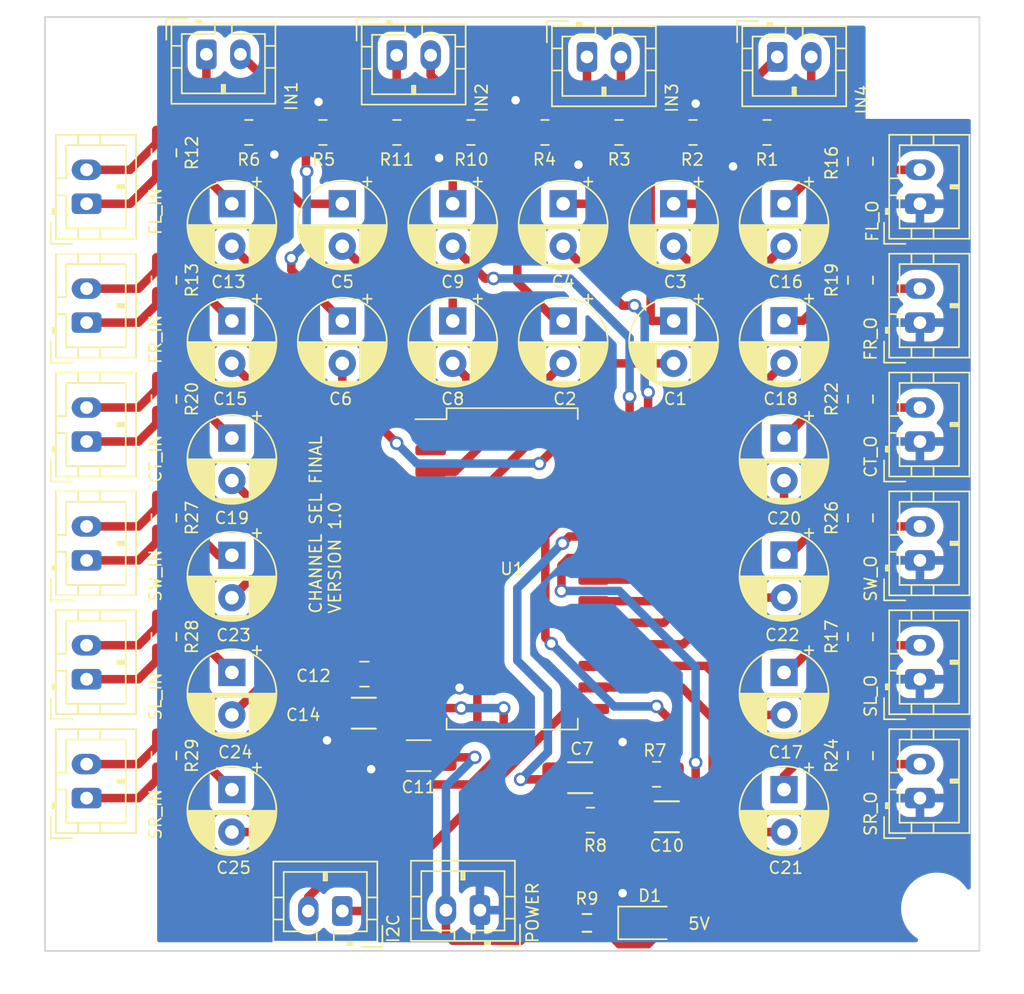
<source format=kicad_pcb>
(kicad_pcb (version 20211014) (generator pcbnew)
  (layers (0 "F.Cu" signal) (31 "B.Cu" signal) (34 "B.Paste" user) (35 "F.Paste" user) (36 "B.SilkS" user "B.Silkscreen") (37 "F.SilkS" user "F.Silkscreen") (38 "B.Mask" user) (39 "F.Mask" user) (44 "Edge.Cuts" user))
  (net 0 "")
  (net 1 "SCL")
  (net 2 "SDA")
  (net 3 "GND")
  (net 4 "VCC")
  (net 5 "FLI")
  (net 6 "FRI")
  (net 7 "CTI")
  (net 8 "SUBI")
  (net 9 "SLI")
  (net 10 "SRI")
  (net 11 "FLO")
  (net 12 "FRO")
  (net 13 "SUBO")
  (net 14 "SLO")
  (net 15 "SRO")
  (net 16 "CTO")
  (net 17 "FLIGND")
  (net 18 "FRIGND")
  (net 19 "CTIGND")
  (net 20 "SUBIGND")
  (net 21 "SLIGND")
  (net 22 "SRIGND")
  (net 23 "L1")
  (net 24 "R1")
  (net 25 "L2")
  (net 26 "R2")
  (net 27 "L3")
  (net 28 "R3")
  (net 29 "L4")
  (net 30 "R4")
  (net 31 "Net-(C1-Pad1)")
  (net 32 "Net-(C2-Pad1)")
  (net 33 "Net-(C3-Pad1)")
  (net 34 "Net-(C4-Pad1)")
  (net 35 "Net-(C5-Pad1)")
  (net 36 "Net-(C6-Pad1)")
  (net 37 "Net-(C8-Pad1)")
  (net 38 "Net-(C9-Pad1)")
  (net 39 "Net-(C13-Pad1)")
  (net 40 "Net-(C14-Pad1)")
  (net 41 "Net-(C15-Pad1)")
  (net 42 "Net-(C16-Pad1)")
  (net 43 "Net-(C17-Pad1)")
  (net 44 "Net-(C18-Pad1)")
  (net 45 "Net-(D1-Pad2)")
  (net 46 "LPFIN")
  (net 47 "LPFOUT")
  (net 48 "Net-(C10-Pad2)")
  (net 49 "MIX")
  (net 50 "Net-(C19-Pad1)")
  (net 51 "Net-(C20-Pad1)")
  (net 52 "Net-(C21-Pad1)")
  (net 53 "Net-(C22-Pad1)")
  (net 54 "Net-(C23-Pad1)")
  (net 55 "Net-(C24-Pad1)")
  (net 56 "Net-(C25-Pad1)")
  (footprint "Connector_JST:JST_PH_B2B-PH-K_1x02_P2.00mm_Vertical" (layer "F.Cu") (at 130 115.65 180)
    (fp_text reference "J5" hide)
    (fp_text value "Conn_01x02_Male")
  )
  (footprint "Capacitor_THT:CP_Radial_D5.0mm_P2.50mm" (layer "F.Cu") (at 156 74 -90)
    (fp_text reference "C16")
    (fp_text value "10U")
  )
  (footprint "Resistor_SMD:R_0805_2012Metric_Pad1.20x1.40mm_HandSolder" (layer "F.Cu") (at 137.571426 69.8 180)
    (fp_text reference "R10")
    (fp_text value "100K")
  )
  (footprint "MountingHole:MountingHole_3.2mm_M3" (layer "F.Cu") (at 165 115.5)
    (fp_text reference "H2" hide)
    (fp_text value "MountingHole")
  )
  (footprint "Resistor_SMD:R_0805_2012Metric_Pad1.20x1.40mm_HandSolder" (layer "F.Cu") (at 128.857142 69.8)
    (fp_text reference "R5")
    (fp_text value "100K")
  )
  (footprint "Resistor_SMD:R_0805_2012Metric_Pad1.20x1.40mm_HandSolder" (layer "F.Cu") (at 150.642852 69.8 180)
    (fp_text reference "R2")
    (fp_text value "100K")
  )
  (footprint "Capacitor_THT:CP_Radial_D5.0mm_P2.50mm" (layer "F.Cu") (at 123.5 101.6 -90)
    (fp_text reference "C24")
    (fp_text value "10U")
  )
  (footprint "Connector_JST:JST_PH_B2B-PH-K_1x02_P2.00mm_Vertical" (layer "F.Cu") (at 114.95 109 90)
    (fp_text reference "J18" hide)
    (fp_text value "Conn_01x02_Male")
  )
  (footprint "Connector_JST:JST_PH_B2B-PH-K_1x02_P2.00mm_Vertical" (layer "F.Cu") (at 114.95 88 90)
    (fp_text reference "J12" hide)
    (fp_text value "Conn_01x02_Male")
  )
  (footprint "Connector_JST:JST_PH_B2B-PH-K_1x02_P2.00mm_Vertical" (layer "F.Cu") (at 164 95 90)
    (fp_text reference "J15" hide)
    (fp_text value "CTO")
  )
  (footprint "Capacitor_THT:CP_Radial_D5.0mm_P2.50mm" (layer "F.Cu") (at 143 74 -90)
    (fp_text reference "C4")
    (fp_text value "10U")
  )
  (footprint "Connector_JST:JST_PH_B2B-PH-K_1x02_P2.00mm_Vertical" (layer "F.Cu") (at 164 81 90)
    (fp_text reference "J11" hide)
    (fp_text value "Conn_01x02_Male")
  )
  (footprint "Connector_JST:JST_PH_B2B-PH-K_1x02_P2.00mm_Vertical" (layer "F.Cu") (at 114.95 81 90)
    (fp_text reference "J8" hide)
    (fp_text value "Conn_01x02_Male")
  )
  (footprint "Resistor_SMD:R_0805_2012Metric_Pad1.20x1.40mm_HandSolder" (layer "F.Cu") (at 146.28571 69.8 180)
    (fp_text reference "R3")
    (fp_text value "100K")
  )
  (footprint "Capacitor_THT:CP_Radial_D5.0mm_P2.50mm" (layer "F.Cu") (at 130 74 -90)
    (fp_text reference "C5")
    (fp_text value "10U")
  )
  (footprint "Capacitor_SMD:C_1206_3216Metric_Pad1.33x1.80mm_HandSolder" (layer "F.Cu") (at 131.2625 104 180)
    (fp_text reference "C14")
    (fp_text value "10U")
  )
  (footprint "Connector_JST:JST_PH_B2B-PH-K_1x02_P2.00mm_Vertical" (layer "F.Cu") (at 155.6 65.35)
    (fp_text reference "J1" hide)
    (fp_text value "Conn_01x02_Male")
  )
  (footprint "Connector_JST:JST_PH_B2B-PH-K_1x02_P2.00mm_Vertical" (layer "F.Cu") (at 164 88 90)
    (fp_text reference "J13" hide)
    (fp_text value "Conn_01x02_Male")
  )
  (footprint "Resistor_SMD:R_0805_2012Metric_Pad1.20x1.40mm_HandSolder" (layer "F.Cu") (at 148.5 107.6 180)
    (fp_text reference "R7")
    (fp_text value "24K")
  )
  (footprint "Connector_JST:JST_PH_B2B-PH-K_1x02_P2.00mm_Vertical" (layer "F.Cu") (at 164 102 90)
    (fp_text reference "J10" hide)
    (fp_text value "Conn_01x02_Male")
  )
  (footprint "Connector_JST:JST_PH_B2B-PH-K_1x02_P2.00mm_Vertical" (layer "F.Cu") (at 133.2 65.25)
    (fp_text reference "J4" hide)
    (fp_text value "Conn_01x02_Male")
  )
  (footprint "Connector_JST:JST_PH_B2B-PH-K_1x02_P2.00mm_Vertical" (layer "F.Cu") (at 164 74 90)
    (fp_text reference "J9" hide)
    (fp_text value "Conn_01x02_Male")
  )
  (footprint "Resistor_SMD:R_0805_2012Metric_Pad1.20x1.40mm_HandSolder" (layer "F.Cu") (at 119.5 78.5 -90)
    (fp_text reference "R13")
    (fp_text value "100K")
  )
  (footprint "Resistor_SMD:R_0805_2012Metric_Pad1.20x1.40mm_HandSolder" (layer "F.Cu") (at 160.5 78.5 -90)
    (fp_text reference "R19")
    (fp_text value "100K")
  )
  (footprint "Resistor_SMD:R_0805_2012Metric_Pad1.20x1.40mm_HandSolder" (layer "F.Cu") (at 160.5 71.5 -90)
    (fp_text reference "R16")
    (fp_text value "100K")
  )
  (footprint "Resistor_SMD:R_0805_2012Metric_Pad1.20x1.40mm_HandSolder" (layer "F.Cu") (at 119.5 92.5 -90)
    (fp_text reference "R27")
    (fp_text value "100K")
  )
  (footprint "Resistor_SMD:R_0805_2012Metric_Pad1.20x1.40mm_HandSolder" (layer "F.Cu") (at 160.5 85.5 -90)
    (fp_text reference "R22")
    (fp_text value "100K")
  )
  (footprint "Capacitor_THT:CP_Radial_D5.0mm_P2.50mm" (layer "F.Cu") (at 136.5 74 -90)
    (fp_text reference "C9")
    (fp_text value "10U")
  )
  (footprint "Capacitor_THT:CP_Radial_D5.0mm_P2.50mm" (layer "F.Cu") (at 143 80.9 -90)
    (fp_text reference "C2")
    (fp_text value "10U")
  )
  (footprint "MountingHole:MountingHole_3.2mm_M3" (layer "F.Cu") (at 115 65.5)
    (fp_text reference "H4" hide)
    (fp_text value "MountingHole")
  )
  (footprint "Package_SO:SOIC-28W_7.5x18.7mm_P1.27mm" (layer "F.Cu") (at 140 95.5)
    (fp_text reference "U1")
    (fp_text value "AX2358")
  )
  (footprint "Capacitor_THT:CP_Radial_D5.0mm_P2.50mm" (layer "F.Cu") (at 123.5 94.7 -90)
    (fp_text reference "C23")
    (fp_text value "10U")
  )
  (footprint "Capacitor_THT:CP_Radial_D5.0mm_P2.50mm" (layer "F.Cu") (at 130 80.9 -90)
    (fp_text reference "C6")
    (fp_text value "10U")
  )
  (footprint "Capacitor_THT:CP_Radial_D5.0mm_P2.50mm" (layer "F.Cu") (at 156 101.6 -90)
    (fp_text reference "C17")
    (fp_text value "10U")
  )
  (footprint "Connector_JST:JST_PH_B2B-PH-K_1x02_P2.00mm_Vertical" (layer "F.Cu") (at 114.95 95 90)
    (fp_text reference "J16" hide)
    (fp_text value "Conn_01x02_Male")
  )
  (footprint "Capacitor_THT:CP_Radial_D5.0mm_P2.50mm" (layer "F.Cu") (at 156 108.5 -90)
    (fp_text reference "C21")
    (fp_text value "10U")
  )
  (footprint "Resistor_SMD:R_0805_2012Metric_Pad1.20x1.40mm_HandSolder" (layer "F.Cu") (at 119.5 99.5 -90)
    (fp_text reference "R28")
    (fp_text value "100K")
  )
  (footprint "Resistor_SMD:R_0805_2012Metric_Pad1.20x1.40mm_HandSolder" (layer "F.Cu") (at 144.6 110.3 180)
    (fp_text reference "R8")
    (fp_text value "24K")
  )
  (footprint "Capacitor_SMD:C_0805_2012Metric_Pad1.18x1.45mm_HandSolder" (layer "F.Cu") (at 131.3 101.7 180)
    (fp_text reference "C12")
    (fp_text value "0.1U")
  )
  (footprint "Capacitor_THT:CP_Radial_D5.0mm_P2.50mm" (layer "F.Cu") (at 123.5 87.8 -90)
    (fp_text reference "C19")
    (fp_text value "10U")
  )
  (footprint "Connector_JST:JST_PH_B2B-PH-K_1x02_P2.00mm_Vertical" (layer "F.Cu") (at 114.95 102 90)
    (fp_text reference "J17" hide)
    (fp_text value "Conn_01x02_Male")
  )
  (footprint "Connector_JST:JST_PH_B2B-PH-K_1x02_P2.00mm_Vertical" (layer "F.Cu") (at 144.4 65.35)
    (fp_text reference "J2" hide)
    (fp_text value "Conn_01x02_Male")
  )
  (footprint "Capacitor_THT:CP_Radial_D5.0mm_P2.50mm" (layer "F.Cu") (at 156 94.689888 -90)
    (fp_text reference "C22")
    (fp_text value "10U")
  )
  (footprint "Capacitor_THT:CP_Radial_D5.0mm_P2.50mm" (layer "F.Cu") (at 156 80.889888 -90)
    (fp_text reference "C18")
    (fp_text value "10U")
  )
  (footprint "Resistor_SMD:R_0805_2012Metric_Pad1.20x1.40mm_HandSolder" (layer "F.Cu") (at 155 69.8 180)
    (fp_text reference "R1")
    (fp_text value "100K")
  )
  (footprint "Resistor_SMD:R_0805_2012Metric_Pad1.20x1.40mm_HandSolder" (layer "F.Cu") (at 124.5 69.8)
    (fp_text reference "R6")
    (fp_text value "100K")
  )
  (footprint "Connector_JST:JST_PH_B2B-PH-K_1x02_P2.00mm_Vertical" (layer "F.Cu") (at 122 65.2)
    (fp_text reference "J3" hide)
    (fp_text value "Conn_01x02_Male")
  )
  (footprint "Capacitor_THT:CP_Radial_D5.0mm_P2.50mm" (layer "F.Cu") (at 123.5 80.9 -90)
    (fp_text reference "C15")
    (fp_text value "10U")
  )
  (footprint "Capacitor_SMD:C_1206_3216Metric_Pad1.33x1.80mm_HandSolder" (layer "F.Cu") (at 144 107.8 180)
    (fp_text reference "C7")
    (fp_text value "47N C0G")
  )
  (footprint "Capacitor_THT:CP_Radial_D5.0mm_P2.50mm" (layer "F.Cu") (at 149.5 80.9 -90)
    (fp_text reference "C1")
    (fp_text value "10U")
  )
  (footprint "Resistor_SMD:R_0805_2012Metric_Pad1.20x1.40mm_HandSolder" (layer "F.Cu") (at 160.5 106.5 -90)
    (fp_text reference "R24")
    (fp_text value "100K")
  )
  (footprint "Capacitor_THT:CP_Radial_D5.0mm_P2.50mm" (layer "F.Cu") (at 156 87.8 -90)
    (fp_text reference "C20")
    (fp_text value "10U")
  )
  (footprint "Resistor_SMD:R_0805_2012Metric_Pad1.20x1.40mm_HandSolder" (layer "F.Cu") (at 160.5 99.5 -90)
    (fp_text reference "R17")
    (fp_text value "100K")
  )
  (footprint "Resistor_SMD:R_0805_2012Metric_Pad1.20x1.40mm_HandSolder" (layer "F.Cu") (at 119.5 85.5 -90)
    (fp_text reference "R20")
    (fp_text value "100K")
  )
  (footprint "LED_SMD:LED_0805_2012Metric_Pad1.15x1.40mm_HandSolder" (layer "F.Cu") (at 148.1 116.35)
    (fp_text reference "D1")
    (fp_text value "YELLOW")
  )
  (footprint "Capacitor_THT:CP_Radial_D5.0mm_P2.50mm" (layer "F.Cu") (at 123.5 74 -90)
    (fp_text reference "C13")
    (fp_text value "10U")
  )
  (footprint "Resistor_SMD:R_0805_2012Metric_Pad1.20x1.40mm_HandSolder" (layer "F.Cu") (at 119.5 106.5 -90)
    (fp_text reference "R29")
    (fp_text value "100K")
  )
  (footprint "Resistor_SMD:R_0603_1608Metric_Pad0.98x0.95mm_HandSolder" (layer "F.Cu") (at 144.4 116.35)
    (fp_text reference "R9")
    (fp_text value "1K")
  )
  (footprint "MountingHole:MountingHole_3.2mm_M3" (layer "F.Cu") (at 115 115.5)
    (fp_text reference "H1" hide)
    (fp_text value "MountingHole")
  )
  (footprint "Connector_JST:JST_PH_B2B-PH-K_1x02_P2.00mm_Vertical" (layer "F.Cu") (at 138.1 115.6 180)
    (fp_text reference "J7" hide)
    (fp_text value "Conn_01x02_Male")
  )
  (footprint "Capacitor_SMD:C_1206_3216Metric_Pad1.33x1.80mm_HandSolder" (layer "F.Cu") (at 149.1 110.1 180)
    (fp_text reference "C10")
    (fp_text value "100N C0G")
  )
  (footprint "Capacitor_THT:CP_Radial_D5.0mm_P2.50mm" (layer "F.Cu") (at 123.5 108.5 -90)
    (fp_text reference "C25")
    (fp_text value "10U")
  )
  (footprint "MountingHole:MountingHole_3.2mm_M3" (layer "F.Cu") (at 165 65.5)
    (fp_text reference "H3" hide)
    (fp_text value "MountingHole")
  )
  (footprint "Connector_JST:JST_PH_B2B-PH-K_1x02_P2.00mm_Vertical" (layer "F.Cu") (at 164 109 90)
    (fp_text reference "J14" hide)
    (fp_text value "Conn_01x02_Male")
  )
  (footprint "Resistor_SMD:R_0805_2012Metric_Pad1.20x1.40mm_HandSolder" (layer "F.Cu") (at 160.5 92.5 -90)
    (fp_text reference "R26")
    (fp_text value "100K")
  )
  (footprint "Resistor_SMD:R_0805_2012Metric_Pad1.20x1.40mm_HandSolder" (layer "F.Cu") (at 133.214284 69.8 180)
    (fp_text reference "R11")
    (fp_text value "100K")
  )
  (footprint "Capacitor_THT:CP_Radial_D5.0mm_P2.50mm" (layer "F.Cu") (at 136.5 80.9 -90)
    (fp_text reference "C8")
    (fp_text value "10U")
  )
  (footprint "Resistor_SMD:R_0805_2012Metric_Pad1.20x1.40mm_HandSolder" (layer "F.Cu") (at 141.928568 69.8 180)
    (fp_text reference "R4")
    (fp_text value "100K")
  )
  (footprint "Capacitor_SMD:C_1206_3216Metric_Pad1.33x1.80mm_HandSolder" (layer "F.Cu") (at 134.5 106.5 180)
    (fp_text reference "C11")
    (fp_text value "10U")
  )
  (footprint "Capacitor_THT:CP_Radial_D5.0mm_P2.50mm" (layer "F.Cu") (at 149.5 74 -90)
    (fp_text reference "C3")
    (fp_text value "10U")
  )
  (footprint "Connector_JST:JST_PH_B2B-PH-K_1x02_P2.00mm_Vertical" (layer "F.Cu") (at 114.95 74 90)
    (fp_text reference "J6" hide)
    (fp_text value "Conn_01x02_Male")
  )
  (footprint "Resistor_SMD:R_0805_2012Metric_Pad1.20x1.40mm_HandSolder" (layer "F.Cu") (at 119.5 71 -90)
    (fp_text reference "R12")
    (fp_text value "100K")
  )
  (gr_line (start 112.5 118) (end 167.5 118) (layer "Edge.Cuts") (width 0.1))
  (gr_line (start 112.5 63) (end 112.5 118) (layer "Edge.Cuts") (width 0.1))
  (gr_line (start 167.5 63) (end 167.5 118) (layer "Edge.Cuts") (width 0.1))
  (gr_line (start 167.5 63) (end 112.5 63) (layer "Edge.Cuts") (width 0.1))
  (gr_text "SL_O" (at 161.1 104.3 90) (layer "F.SilkS") (effects (font (size 0.7 0.7) (thickness 0.1)) (justify left)))
  (gr_text "FR_IN" (at 119 83.5 90) (layer "F.SilkS") (effects (font (size 0.7 0.7) (thickness 0.1)) (justify left)))
  (gr_text "SW_O" (at 161.1 97.5 90) (layer "F.SilkS") (effects (font (size 0.7 0.7) (thickness 0.1)) (justify left)))
  (gr_text "SL_IN" (at 119 104.5 90) (layer "F.SilkS") (effects (font (size 0.7 0.7) (thickness 0.1)) (justify left)))
  (gr_text "POWER" (at 141.2 117.6 90) (layer "F.SilkS") (effects (font (size 0.7 0.7) (thickness 0.1)) (justify left)))
  (gr_text "5V" (at 150.3 116.4) (layer "F.SilkS") (effects (font (size 0.7 0.7) (thickness 0.1)) (justify left)))
  (gr_text "CHANNEL SEL FINAL\nVERSION 1.0" (at 129 98.2 90) (layer "F.SilkS") (effects (font (size 0.7 0.7) (thickness 0.1)) (justify left)))
  (gr_text "IN4" (at 160.6 68.8 90) (layer "F.SilkS") (effects (font (size 0.7 0.7) (thickness 0.1)) (justify left)))
  (gr_text "SR_O\n" (at 161.1 111.3 90) (layer "F.SilkS") (effects (font (size 0.7 0.7) (thickness 0.1)) (justify left)))
  (gr_text "IN1\n" (at 127 68.6 90) (layer "F.SilkS") (effects (font (size 0.7 0.7) (thickness 0.1)) (justify left)))
  (gr_text "IN3" (at 149.4 68.7 90) (layer "F.SilkS") (effects (font (size 0.7 0.7) (thickness 0.1)) (justify left)))
  (gr_text "I2C" (at 133 117.6 90) (layer "F.SilkS") (effects (font (size 0.7 0.7) (thickness 0.1)) (justify left)))
  (gr_text "IN2" (at 138.2 68.7 90) (layer "F.SilkS") (effects (font (size 0.7 0.7) (thickness 0.1)) (justify left)))
  (gr_text "SW_IN" (at 119 97.5 90) (layer "F.SilkS") (effects (font (size 0.7 0.7) (thickness 0.1)) (justify left)))
  (gr_text "CT_O" (at 161.1 90.2 90) (layer "F.SilkS") (effects (font (size 0.7 0.7) (thickness 0.1)) (justify left)))
  (gr_text "SR_IN\n" (at 119 111.5 90) (layer "F.SilkS") (effects (font (size 0.7 0.7) (thickness 0.1)) (justify left)))
  (gr_text "FL_IN" (at 119 75.9 90) (layer "F.SilkS") (effects (font (size 0.7 0.7) (thickness 0.1)) (justify left)))
  (gr_text "CT_IN" (at 119 90.5 90) (layer "F.SilkS") (effects (font (size 0.7 0.7) (thickness 0.1)) (justify left)))
  (gr_text "FL_O" (at 161.2 76.3 90) (layer "F.SilkS") (effects (font (size 0.7 0.7) (thickness 0.1)) (justify left)))
  (gr_text "FR_O" (at 161.1 83.3 90) (layer "F.SilkS") (effects (font (size 0.7 0.7) (thickness 0.1)) (justify left)))
  (segment (start 143.302204 103.755) (end 144.8 103.755) (width 0.5) (layer "F.Cu") (net 1))
  (segment (start 130 115.65) (end 131.407204 115.65) (width 0.5) (layer "F.Cu") (net 1))
  (segment (start 131.407204 115.65) (end 143.302204 103.755) (width 0.5) (layer "F.Cu") (net 1))
  (segment (start 137.542796 108.2) (end 139.5 106.242796) (width 0.5) (layer "F.Cu") (net 2))
  (segment (start 128 114.825) (end 134.625 108.2) (width 0.5) (layer "F.Cu") (net 2))
  (segment (start 137 103.7) (end 135.255 103.7) (width 0.5) (layer "F.Cu") (net 2))
  (segment (start 134.625 108.2) (end 137.542796 108.2) (width 0.5) (layer "F.Cu") (net 2))
  (segment (start 128 115.65) (end 128 114.825) (width 0.5) (layer "F.Cu") (net 2))
  (segment (start 135.255 103.7) (end 135.2 103.755) (width 0.5) (layer "F.Cu") (net 2))
  (segment (start 139.5 106.242796) (end 139.5 103.7) (width 0.5) (layer "F.Cu") (net 2))
  (via (at 137 103.7) (size 0.8) (drill 0.5) (layers "F.Cu" "B.Cu") (net 2))
  (via (at 139.5 103.7) (size 0.8) (drill 0.5) (layers "F.Cu" "B.Cu") (net 2))
  (segment (start 137 103.7) (end 139.5 103.7) (width 0.5) (layer "B.Cu") (net 2))
  (segment (start 162 109) (end 160.5 107.5) (width 0.5) (layer "F.Cu") (net 3))
  (segment (start 164 102) (end 162 102) (width 0.5) (layer "F.Cu") (net 3))
  (segment (start 125.5 69.8) (end 125.5 70.6) (width 0.5) (layer "F.Cu") (net 3))
  (segment (start 140.928568 69.8) (end 140.928568 68.628568) (width 0.5) (layer "F.Cu") (net 3))
  (segment (start 136.571426 70.428574) (end 135.7 71.3) (width 0.5) (layer "F.Cu") (net 3))
  (segment (start 132.9375 106.5) (end 132.5 106.5) (width 0.5) (layer "F.Cu") (net 3))
  (segment (start 149.642852 69.257148) (end 150.8 68.1) (width 0.5) (layer "F.Cu") (net 3))
  (segment (start 145.5375 107.9) (end 145.5375 106.6625) (width 0.5) (layer "F.Cu") (net 3))
  (segment (start 136.571426 69.8) (end 136.571426 70.428574) (width 0.5) (layer "F.Cu") (net 3))
  (segment (start 129.857142 69.8) (end 129.857142 69.257142) (width 0.5) (layer "F.Cu") (net 3))
  (segment (start 132.214284 69.8) (end 129.857142 69.8) (width 0.5) (layer "F.Cu") (net 3))
  (segment (start 145.28571 69.8) (end 145.28571 70.31429) (width 0.5) (layer "F.Cu") (net 3))
  (segment (start 125.5 70.6) (end 126 71.1) (width 0.5) (layer "F.Cu") (net 3))
  (segment (start 162 74) (end 160.5 72.5) (width 0.5) (layer "F.Cu") (net 3))
  (segment (start 147.075 116.35) (end 147.075 115.175) (width 0.5) (layer "F.Cu") (net 3))
  (segment (start 162 81) (end 160.5 79.5) (width 0.5) (layer "F.Cu") (net 3))
  (segment (start 162 88) (end 160.5 86.5) (width 0.5) (layer "F.Cu") (net 3))
  (segment (start 162 95) (end 160.5 93.5) (width 0.5) (layer "F.Cu") (net 3))
  (segment (start 145.5375 106.6625) (end 146.5 105.7) (width 0.5) (layer "F.Cu") (net 3))
  (segment (start 147.075 115.175) (end 146.5 114.6) (width 0.5) (layer "F.Cu") (net 3))
  (segment (start 162 102) (end 160.5 100.5) (width 0.5) (layer "F.Cu") (net 3))
  (segment (start 132.5 106.5) (end 131.7 107.3) (width 0.5) (layer "F.Cu") (net 3))
  (segment (start 164 95) (end 162 95) (width 0.5) (layer "F.Cu") (net 3))
  (segment (start 154 69.8) (end 153 70.8) (width 0.5) (layer "F.Cu") (net 3))
  (segment (start 153 70.8) (end 153 71.8) (width 0.5) (layer "F.Cu") (net 3))
  (segment (start 145.28571 70.31429) (end 143.9 71.7) (width 0.5) (layer "F.Cu") (net 3))
  (segment (start 164 88) (end 162 88) (width 0.5) (layer "F.Cu") (net 3))
  (segment (start 164 74) (end 162 74) (width 0.5) (layer "F.Cu") (net 3))
  (segment (start 130.3625 101.9) (end 129.7 102.5625) (width 0.5) (layer "F.Cu") (net 3))
  (segment (start 164 109) (end 162 109) (width 0.5) (layer "F.Cu") (net 3))
  (segment (start 149.642852 69.8) (end 149.642852 69.257148) (width 0.5) (layer "F.Cu") (net 3))
  (segment (start 164 81) (end 162 81) (width 0.5) (layer "F.Cu") (net 3))
  (segment (start 129.857142 69.257142) (end 128.6 68) (width 0.5) (layer "F.Cu") (net 3))
  (segment (start 129.7 102.5625) (end 129.7 105) (width 0.5) (layer "F.Cu") (net 3))
  (segment (start 136.885 102.485) (end 136.9 102.5) (width 0.5) (layer "F.Cu") (net 3))
  (segment (start 135.2 102.485) (end 136.885 102.485) (width 0.5) (layer "F.Cu") (net 3))
  (segment (start 140.928568 68.628568) (end 140.2 67.9) (width 0.5) (layer "F.Cu") (net 3))
  (segment (start 129.7 105) (end 129.1 105.6) (width 0.5) (layer "F.Cu") (net 3))
  (via (at 136.9 102.5) (size 0.8) (drill 0.5) (layers "F.Cu" "B.Cu") (net 3))
  (via (at 131.7 107.3) (size 0.8) (drill 0.5) (layers "F.Cu" "B.Cu") (net 3))
  (via (at 153 71.8) (size 0.8) (drill 0.5) (layers "F.Cu" "B.Cu") (net 3))
  (via (at 146.5 114.6) (size 0.8) (drill 0.5) (layers "F.Cu" "B.Cu") (net 3))
  (via (at 135.7 71.3) (size 0.8) (drill 0.5) (layers "F.Cu" "B.Cu") (net 3))
  (via (at 146.5 105.7) (size 0.8) (drill 0.5) (layers "F.Cu" "B.Cu") (net 3))
  (via (at 140.2 67.9) (size 0.8) (drill 0.5) (layers "F.Cu" "B.Cu") (net 3))
  (via (at 150.8 68.1) (size 0.8) (drill 0.5) (layers "F.Cu" "B.Cu") (net 3))
  (via (at 128.6 68) (size 0.8) (drill 0.5) (layers "F.Cu" "B.Cu") (net 3))
  (via (at 129.1 105.6) (size 0.8) (drill 0.5) (layers "F.Cu" "B.Cu") (net 3))
  (via (at 143.9 71.7) (size 0.8) (drill 0.5) (layers "F.Cu" "B.Cu") (net 3))
  (via (at 126 71.1) (size 0.8) (drill 0.5) (layers "F.Cu" "B.Cu") (net 3))
  (segment (start 141.55 116.35) (end 140.5 117.4) (width 0.5) (layer "F.Cu") (net 4))
  (segment (start 134.3925 99.945) (end 132.4375 101.9) (width 0.5) (layer "F.Cu") (net 4))
  (segment (start 137.8 106.6) (end 136.1625 106.6) (width 0.5) (layer "F.Cu") (net 4))
  (segment (start 135.2 99.945) (end 134.3925 99.945) (width 0.5) (layer "F.Cu") (net 4))
  (segment (start 136.5 117.4) (end 136.1 117) (width 0.5) (layer "F.Cu") (net 4))
  (segment (start 143.2 116.35) (end 141.55 116.35) (width 0.5) (layer "F.Cu") (net 4))
  (segment (start 137.9495 104.613) (end 136.0625 106.5) (width 0.5) (layer "F.Cu") (net 4))
  (segment (start 140.5 117.4) (end 136.5 117.4) (width 0.5) (layer "F.Cu") (net 4))
  (segment (start 137.9495 102.074551) (end 137.9495 104.613) (width 0.5) (layer "F.Cu") (net 4))
  (segment (start 135.819949 99.945) (end 137.9495 102.074551) (width 0.5) (layer "F.Cu") (net 4))
  (segment (start 136.1 117) (end 136.1 115.6) (width 0.5) (layer "F.Cu") (net 4))
  (via (at 137.8 106.6) (size 0.8) (drill 0.5) (layers "F.Cu" "B.Cu") (net 4))
  (segment (start 136.1 115.6) (end 136.1 108.3) (width 0.5) (layer "B.Cu") (net 4))
  (segment (start 136.1 108.3) (end 137.8 106.6) (width 0.5) (layer "B.Cu") (net 4))
  (segment (start 126.9 79.9) (end 123.5 76.5) (width 0.5) (layer "F.Cu") (net 5))
  (segment (start 126.9 84.644949) (end 126.9 79.9) (width 0.5) (layer "F.Cu") (net 5))
  (segment (start 134.580051 92.325) (end 126.9 84.644949) (width 0.5) (layer "F.Cu") (net 5))
  (segment (start 135.2 93.595) (end 133.695 93.595) (width 0.5) (layer "F.Cu") (net 6))
  (segment (start 133.695 93.595) (end 123.5 83.4) (width 0.5) (layer "F.Cu") (net 6))
  (segment (start 128.065 94.865) (end 123.5 90.3) (width 0.5) (layer "F.Cu") (net 7))
  (segment (start 135.2 94.865) (end 128.065 94.865) (width 0.5) (layer "F.Cu") (net 7))
  (segment (start 124.565 96.135) (end 123.5 97.2) (width 0.5) (layer "F.Cu") (net 8))
  (segment (start 135.2 96.135) (end 124.565 96.135) (width 0.5) (layer "F.Cu") (net 8))
  (segment (start 135.2 97.405) (end 130.195 97.405) (width 0.5) (layer "F.Cu") (net 9))
  (segment (start 130.195 97.405) (end 123.5 104.1) (width 0.5) (layer "F.Cu") (net 9))
  (segment (start 130.725 98.675) (end 126.4 103) (width 0.5) (layer "F.Cu") (net 10))
  (segment (start 125.4 111) (end 123.5 111) (width 0.5) (layer "F.Cu") (net 10))
  (segment (start 135.2 98.675) (end 130.725 98.675) (width 0.5) (layer "F.Cu") (net 10))
  (segment (start 126.4 103) (end 126.4 110) (width 0.5) (layer "F.Cu") (net 10))
  (segment (start 126.4 110) (end 125.4 111) (width 0.5) (layer "F.Cu") (net 10))
  (segment (start 147.865 96.135) (end 144.8 96.135) (width 0.5) (layer "F.Cu") (net 11))
  (segment (start 151.900499 92.099501) (end 147.865 96.135) (width 0.5) (layer "F.Cu") (net 11))
  (segment (start 151.900499 80.599501) (end 151.900499 92.099501) (width 0.5) (layer "F.Cu") (net 11))
  (segment (start 156 76.5) (end 151.900499 80.599501) (width 0.5) (layer "F.Cu") (net 11))
  (segment (start 152.7 86.689888) (end 152.7 93.2) (width 0.5) (layer "F.Cu") (net 12))
  (segment (start 148.495 97.405) (end 144.8 97.405) (width 0.5) (layer "F.Cu") (net 12))
  (segment (start 152.7 93.2) (end 148.495 97.405) (width 0.5) (layer "F.Cu") (net 12))
  (segment (start 156 83.389888) (end 152.7 86.689888) (width 0.5) (layer "F.Cu") (net 12))
  (segment (start 152.810112 97.189888) (end 150.055 99.945) (width 0.5) (layer "F.Cu") (net 13))
  (segment (start 150.055 99.945) (end 144.8 99.945) (width 0.5) (layer "F.Cu") (net 13))
  (segment (start 156 97.189888) (end 152.810112 97.189888) (width 0.5) (layer "F.Cu") (net 13))
  (segment (start 154.3 104.1) (end 151.415 101.215) (width 0.5) (layer "F.Cu") (net 14))
  (segment (start 151.415 101.215) (end 144.8 101.215) (width 0.5) (layer "F.Cu") (net 14))
  (segment (start 156 104.1) (end 154.3 104.1) (width 0.5) (layer "F.Cu") (net 14))
  (segment (start 151.8 104.3) (end 149.985 102.485) (width 0.5) (layer "F.Cu") (net 15))
  (segment (start 154.5 111) (end 151.8 108.3) (width 0.5) (layer "F.Cu") (net 15))
  (segment (start 149.985 102.485) (end 144.8 102.485) (width 0.5) (layer "F.Cu") (net 15))
  (segment (start 156 111) (end 154.5 111) (width 0.5) (layer "F.Cu") (net 15))
  (segment (start 151.8 108.3) (end 151.8 104.3) (width 0.5) (layer "F.Cu") (net 15))
  (segment (start 156 91.6) (end 156 90.3) (width 0.5) (layer "F.Cu") (net 16))
  (segment (start 144.8 98.675) (end 148.925 98.675) (width 0.5) (layer "F.Cu") (net 16))
  (segment (start 148.925 98.675) (end 156 91.6) (width 0.5) (layer "F.Cu") (net 16))
  (segment (start 117.5 74) (end 114.95 74) (width 0.5) (layer "F.Cu") (net 17))
  (segment (start 119.5 72) (end 117.5 74) (width 0.5) (layer "F.Cu") (net 17))
  (segment (start 118 81) (end 114.95 81) (width 0.5) (layer "F.Cu") (net 18))
  (segment (start 119.5 79.5) (end 118 81) (width 0.5) (layer "F.Cu") (net 18))
  (segment (start 114.95 88) (end 118 88) (width 0.5) (layer "F.Cu") (net 19))
  (segment (start 118 88) (end 119.5 86.5) (width 0.5) (layer "F.Cu") (net 19))
  (segment (start 118 95) (end 114.95 95) (width 0.5) (layer "F.Cu") (net 20))
  (segment (start 119.5 93.5) (end 118 95) (width 0.5) (layer "F.Cu") (net 20))
  (segment (start 118 102) (end 114.95 102) (width 0.5) (layer "F.Cu") (net 21))
  (segment (start 119.5 100.5) (end 118 102) (width 0.5) (layer "F.Cu") (net 21))
  (segment (start 118 109) (end 119.5 107.5) (width 0.5) (layer "F.Cu") (net 22))
  (segment (start 114.95 109) (end 118 109) (width 0.5) (layer "F.Cu") (net 22))
  (segment (start 135.2 87.245) (end 133.5 85.545) (width 0.5) (layer "F.Cu") (net 23))
  (segment (start 133.5 85.545) (end 133.5 80) (width 0.5) (layer "F.Cu") (net 23))
  (segment (start 133.5 80) (end 130 76.5) (width 0.5) (layer "F.Cu") (net 23))
  (segment (start 130 84.9) (end 130 83.4) (width 0.5) (layer "F.Cu") (net 24))
  (segment (start 144.8 87.245) (end 143.655 87.245) (width 0.5) (layer "F.Cu") (net 24))
  (segment (start 133.2 88.1) (end 130 84.9) (width 0.5) (layer "F.Cu") (net 24))
  (segment (start 143.655 87.245) (end 141.6 89.3) (width 0.5) (layer "F.Cu") (net 24))
  (via (at 133.2 88.1) (size 0.8) (drill 0.5) (layers "F.Cu" "B.Cu") (net 24))
  (via (at 141.6 89.3) (size 0.8) (drill 0.5) (layers "F.Cu" "B.Cu") (net 24))
  (segment (start 134.4 89.3) (end 133.2 88.1) (width 0.5) (layer "B.Cu") (net 24))
  (segment (start 141.6 89.3) (end 134.4 89.3) (width 0.5) (layer "B.Cu") (net 24))
  (segment (start 137.299999 84.199999) (end 137.299999 87.03495) (width 0.5) (layer "F.Cu") (net 25))
  (segment (start 137.299999 87.03495) (end 135.819949 88.515) (width 0.5) (layer "F.Cu") (net 25))
  (segment (start 136.5 83.4) (end 137.299999 84.199999) (width 0.5) (layer "F.Cu") (net 25))
  (segment (start 138.4 78.4) (end 136.5 76.5) (width 0.5) (layer "F.Cu") (net 26))
  (segment (start 145.419949 88.515) (end 146.911031 87.023918) (width 0.5) (layer "F.Cu") (net 26))
  (segment (start 146.911031 87.023918) (end 146.911031 85.353356) (width 0.5) (layer "F.Cu") (net 26))
  (segment (start 138.9 78.4) (end 138.4 78.4) (width 0.5) (layer "F.Cu") (net 26))
  (via (at 146.911031 85.353356) (size 0.8) (drill 0.5) (layers "F.Cu" "B.Cu") (net 26))
  (via (at 138.9 78.4) (size 0.8) (drill 0.5) (layers "F.Cu" "B.Cu") (net 26))
  (segment (start 138.9 78.4) (end 143.4 78.4) (width 0.5) (layer "B.Cu") (net 26))
  (segment (start 146.911031 81.911031) (end 146.911031 85.353356) (width 0.5) (layer "B.Cu") (net 26))
  (segment (start 143.4 78.4) (end 146.911031 81.911031) (width 0.5) (layer "B.Cu") (net 26))
  (segment (start 135.2 89.785) (end 136.615 89.785) (width 0.5) (layer "F.Cu") (net 27))
  (segment (start 136.615 89.785) (end 143 83.4) (width 0.5) (layer "F.Cu") (net 27))
  (segment (start 147.2 80) (end 146.5 80) (width 0.5) (layer "F.Cu") (net 28))
  (segment (start 148 89.6) (end 148 85.1) (width 0.5) (layer "F.Cu") (net 28))
  (segment (start 147.815 89.785) (end 148 89.6) (width 0.5) (layer "F.Cu") (net 28))
  (segment (start 144.8 89.785) (end 147.815 89.785) (width 0.5) (layer "F.Cu") (net 28))
  (segment (start 146.5 80) (end 143 76.5) (width 0.5) (layer "F.Cu") (net 28))
  (via (at 147.2 80) (size 0.8) (drill 0.5) (layers "F.Cu" "B.Cu") (net 28))
  (via (at 148 85.1) (size 0.8) (drill 0.5) (layers "F.Cu" "B.Cu") (net 28))
  (segment (start 147.2 80) (end 147.8 80.6) (width 0.5) (layer "B.Cu") (net 28))
  (segment (start 147.8 80.6) (end 147.8 84.9) (width 0.5) (layer "B.Cu") (net 28))
  (segment (start 147.8 84.9) (end 148 85.1) (width 0.5) (layer "B.Cu") (net 28))
  (segment (start 135.2 91.055) (end 138.045 91.055) (width 0.5) (layer "F.Cu") (net 29))
  (segment (start 138.045 91.055) (end 145.7 83.4) (width 0.5) (layer "F.Cu") (net 29))
  (segment (start 145.7 83.4) (end 149.5 83.4) (width 0.5) (layer "F.Cu") (net 29))
  (segment (start 149.5 76.5) (end 151.100998 78.100998) (width 0.5) (layer "F.Cu") (net 30))
  (segment (start 149.045 91.055) (end 144.8 91.055) (width 0.5) (layer "F.Cu") (net 30))
  (segment (start 151.100998 78.100998) (end 151.100998 88.999002) (width 0.5) (layer "F.Cu") (net 30))
  (segment (start 151.100998 88.999002) (end 149.045 91.055) (width 0.5) (layer "F.Cu") (net 30))
  (segment (start 148.2 80.9) (end 149.5 80.9) (width 0.5) (layer "F.Cu") (net 31))
  (segment (start 148.1495 72.3505) (end 148.1495 80.8495) (width 0.5) (layer "F.Cu") (net 31))
  (segment (start 151.642852 71.557148) (end 151.3 71.9) (width 0.5) (layer "F.Cu") (net 31))
  (segment (start 151.642852 69.8) (end 151.642852 69.307148) (width 0.5) (layer "F.Cu") (net 31))
  (segment (start 151.3 71.9) (end 148.6 71.9) (width 0.5) (layer "F.Cu") (net 31))
  (segment (start 151.642852 69.8) (end 151.642852 71.557148) (width 0.5) (layer "F.Cu") (net 31))
  (segment (start 151.642852 69.307148) (end 155.6 65.35) (width 0.5) (layer "F.Cu") (net 31))
  (segment (start 148.1495 80.8495) (end 148.2 80.9) (width 0.5) (layer "F.Cu") (net 31))
  (segment (start 148.6 71.9) (end 148.1495 72.3505) (width 0.5) (layer "F.Cu") (net 31))
  (segment (start 140.3 73.1) (end 140.3 78.6) (width 0.5) (layer "F.Cu") (net 32))
  (segment (start 140.3 78.6) (end 142.6 80.9) (width 0.5) (layer "F.Cu") (net 32))
  (segment (start 144.4 65.35) (end 144.4 68.328568) (width 0.5) (layer "F.Cu") (net 32))
  (segment (start 144.4 68.328568) (end 142.928568 69.8) (width 0.5) (layer "F.Cu") (net 32))
  (segment (start 142.928568 70.471432) (end 140.3 73.1) (width 0.5) (layer "F.Cu") (net 32))
  (segment (start 142.928568 69.8) (end 142.928568 70.471432) (width 0.5) (layer "F.Cu") (net 32))
  (segment (start 154.2 71.6) (end 154.2 73.3) (width 0.5) (layer "F.Cu") (net 33))
  (segment (start 157.6 68.2) (end 156 69.8) (width 0.5) (layer "F.Cu") (net 33))
  (segment (start 156 69.8) (end 154.2 71.6) (width 0.5) (layer "F.Cu") (net 33))
  (segment (start 154.2 73.3) (end 153.5 74) (width 0.5) (layer "F.Cu") (net 33))
  (segment (start 157.6 65.35) (end 157.6 68.2) (width 0.5) (layer "F.Cu") (net 33))
  (segment (start 153.5 74) (end 149.5 74) (width 0.5) (layer "F.Cu") (net 33))
  (segment (start 147.28571 71.81429) (end 147.28571 69.8) (width 0.5) (layer "F.Cu") (net 34))
  (segment (start 146.4 65.35) (end 146.4 68.91429) (width 0.5) (layer "F.Cu") (net 34))
  (segment (start 146.4 68.91429) (end 147.28571 69.8) (width 0.5) (layer "F.Cu") (net 34))
  (segment (start 145.1 74) (end 147.28571 71.81429) (width 0.5) (layer "F.Cu") (net 34))
  (segment (start 143 74) (end 145.1 74) (width 0.5) (layer "F.Cu") (net 34))
  (segment (start 127.557204 74) (end 123.5 69.942796) (width 0.5) (layer "F.Cu") (net 35))
  (segment (start 122 68.3) (end 123.5 69.8) (width 0.5) (layer "F.Cu") (net 35))
  (segment (start 130 74) (end 127.557204 74) (width 0.5) (layer "F.Cu") (net 35))
  (segment (start 122 65.2) (end 122 68.3) (width 0.5) (layer "F.Cu") (net 35))
  (segment (start 124 65.2) (end 127.857142 69.057142) (width 0.5) (layer "F.Cu") (net 36))
  (segment (start 127.857142 69.8) (end 127.857142 72.057142) (width 0.5) (layer "F.Cu") (net 36))
  (segment (start 127.857142 72.057142) (end 127.9 72.1) (width 0.5) (layer "F.Cu") (net 36))
  (segment (start 127 77.9) (end 130 80.9) (width 0.5) (layer "F.Cu") (net 36))
  (segment (start 127.857142 69.057142) (end 127.857142 69.8) (width 0.5) (layer "F.Cu") (net 36))
  (segment (start 127 77.2) (end 127 77.9) (width 0.5) (layer "F.Cu") (net 36))
  (via (at 127 77.2) (size 0.8) (drill 0.5) (layers "F.Cu" "B.Cu") (net 36))
  (via (at 127.9 72.1) (size 0.8) (drill 0.5) (layers "F.Cu" "B.Cu") (net 36))
  (segment (start 127.9 76.3) (end 127 77.2) (width 0.5) (layer "B.Cu") (net 36))
  (segment (start 127.9 72.1) (end 127.9 76.3) (width 0.5) (layer "B.Cu") (net 36))
  (segment (start 136.5 79.5) (end 134.214284 77.214284) (width 0.5) (layer "F.Cu") (net 37))
  (segment (start 133.2 68.785716) (end 134.214284 69.8) (width 0.5) (layer "F.Cu") (net 37))
  (segment (start 134.214284 77.214284) (end 134.214284 69.8) (width 0.5) (layer "F.Cu") (net 37))
  (segment (start 136.5 80.9) (end 136.5 79.5) (width 0.5) (layer "F.Cu") (net 37))
  (segment (start 133.2 65.25) (end 133.2 68.785716) (width 0.5) (layer "F.Cu") (net 37))
  (segment (start 135.2 65.25) (end 135.2 66.428574) (width 0.5) (layer "F.Cu") (net 38))
  (segment (start 135.2 66.428574) (end 138.571426 69.8) (width 0.5) (layer "F.Cu") (net 38))
  (segment (start 136.5 74) (end 136.5 71.871426) (width 0.5) (layer "F.Cu") (net 38))
  (segment (start 136.5 71.871426) (end 138.571426 69.8) (width 0.5) (layer "F.Cu") (net 38))
  (segment (start 114.95 72) (end 117.5 72) (width 0.5) (layer "F.Cu") (net 39))
  (segment (start 123.5 74) (end 119.5 70) (width 0.5) (layer "F.Cu") (net 39))
  (segment (start 117.5 72) (end 119.5 70) (width 0.5) (layer "F.Cu") (net 39))
  (segment (start 133.7 102.8375) (end 132.4375 104.1) (width 0.5) (layer "F.Cu") (net 40))
  (segment (start 134.580051 101.215) (end 133.7 102.095051) (width 0.5) (layer "F.Cu") (net 40))
  (segment (start 133.7 102.095051) (end 133.7 102.8375) (width 0.5) (layer "F.Cu") (net 40))
  (segment (start 114.95 79) (end 118 79) (width 0.5) (layer "F.Cu") (net 41))
  (segment (start 118 79) (end 119.5 77.5) (width 0.5) (layer "F.Cu") (net 41))
  (segment (start 123.5 80.9) (end 120.1 77.5) (width 0.5) (layer "F.Cu") (net 41))
  (segment (start 120.1 77.5) (end 119.5 77.5) (width 0.5) (layer "F.Cu") (net 41))
  (segment (start 164 72) (end 162 72) (width 0.5) (layer "F.Cu") (net 42))
  (segment (start 162 72) (end 160.5 70.5) (width 0.5) (layer "F.Cu") (net 42))
  (segment (start 159.5 70.5) (end 160.5 70.5) (width 0.5) (layer "F.Cu") (net 42))
  (segment (start 156 74) (end 159.5 70.5) (width 0.5) (layer "F.Cu") (net 42))
  (segment (start 159.3 98.5) (end 160.5 98.5) (width 0.5) (layer "F.Cu") (net 43))
  (segment (start 156.2 101.6) (end 159.3 98.5) (width 0.5) (layer "F.Cu") (net 43))
  (segment (start 164 100) (end 162 100) (width 0.5) (layer "F.Cu") (net 43))
  (segment (start 162 100) (end 160.5 98.5) (width 0.5) (layer "F.Cu") (net 43))
  (segment (start 157.110112 80.889888) (end 160.5 77.5) (width 0.5) (layer "F.Cu") (net 44))
  (segment (start 164 79) (end 162 79) (width 0.5) (layer "F.Cu") (net 44))
  (segment (start 162 79) (end 160.5 77.5) (width 0.5) (layer "F.Cu") (net 44))
  (segment (start 156 80.889888) (end 157.110112 80.889888) (width 0.5) (layer "F.Cu") (net 44))
  (segment (start 148 117.6) (end 149.125 116.475) (width 0.5) (layer "F.Cu") (net 45))
  (segment (start 146.3 117.6) (end 148 117.6) (width 0.5) (layer "F.Cu") (net 45))
  (segment (start 145.2 116.5) (end 146.3 117.6) (width 0.5) (layer "F.Cu") (net 45))
  (segment (start 143.359013 93.595) (end 142.962316 93.991697) (width 0.5) (layer "F.Cu") (net 46))
  (segment (start 144.8 93.595) (end 143.359013 93.595) (width 0.5) (layer "F.Cu") (net 46))
  (segment (start 143.7 109.9) (end 143.7 109.0625) (width 0.5) (layer "F.Cu") (net 46))
  (segment (start 142.5375 107.9) (end 140.5 107.9) (width 0.5) (layer "F.Cu") (net 46))
  (segment (start 143.7 109.0625) (end 142.5375 107.9) (width 0.5) (layer "F.Cu") (net 46))
  (segment (start 142.3375 107.9) (end 140.5 107.9) (width 0.5) (layer "F.Cu") (net 46))
  (via (at 140.5 107.9) (size 0.8) (drill 0.5) (layers "F.Cu" "B.Cu") (net 46))
  (via (at 142.962316 93.991697) (size 0.8) (drill 0.5) (layers "F.Cu" "B.Cu") (net 46))
  (segment (start 142.1 106.3) (end 140.5 107.9) (width 0.5) (layer "B.Cu") (net 46))
  (segment (start 142.1 102.7) (end 142.1 106.3) (width 0.5) (layer "B.Cu") (net 46))
  (segment (start 140.3 100.9) (end 142.1 102.7) (width 0.5) (layer "B.Cu") (net 46))
  (segment (start 142.962316 93.991697) (end 140.3 96.654013) (width 0.5) (layer "B.Cu") (net 46))
  (segment (start 140.3 96.654013) (end 140.3 100.9) (width 0.5) (layer "B.Cu") (net 46))
  (segment (start 142.9 95.3) (end 143.335 94.865) (width 0.5) (layer "F.Cu") (net 47))
  (segment (start 150.8 106.9) (end 150.8 109.9625) (width 0.5) (layer "F.Cu") (net 47))
  (segment (start 142.9 96.8) (end 142.9 95.3) (width 0.5) (layer "F.Cu") (net 47))
  (segment (start 143.335 94.865) (end 144.8 94.865) (width 0.5) (layer "F.Cu") (net 47))
  (via (at 142.9 96.8) (size 0.8) (drill 0.5) (layers "F.Cu" "B.Cu") (net 47))
  (via (at 150.8 106.9) (size 0.8) (drill 0.5) (layers "F.Cu" "B.Cu") (net 47))
  (segment (start 142.9 96.8) (end 146.3 96.8) (width 0.5) (layer "B.Cu") (net 47))
  (segment (start 146.3 96.8) (end 150.8 101.3) (width 0.5) (layer "B.Cu") (net 47))
  (segment (start 150.8 101.3) (end 150.8 106.9) (width 0.5) (layer "B.Cu") (net 47))
  (segment (start 147.5375 110.1) (end 145.9 110.1) (width 0.5) (layer "F.Cu") (net 48))
  (segment (start 147.5 107.87) (end 147.5 110.0625) (width 0.5) (layer "F.Cu") (net 48))
  (segment (start 141.9505 99.5505) (end 142.3 99.9) (width 0.5) (layer "F.Cu") (net 49))
  (segment (start 149.4 104.5) (end 148.5 103.6) (width 0.5) (layer "F.Cu") (net 49))
  (segment (start 143.175 92.325) (end 141.9505 93.5495) (width 0.5) (layer "F.Cu") (net 49))
  (segment (start 144.8 92.325) (end 143.175 92.325) (width 0.5) (layer "F.Cu") (net 49))
  (segment (start 149.4 107.77) (end 149.4 104.5) (width 0.5) (layer "F.Cu") (net 49))
  (segment (start 141.9505 93.5495) (end 141.9505 99.5505) (width 0.5) (layer "F.Cu") (net 49))
  (via (at 148.5 103.6) (size 0.8) (drill 0.5) (layers "F.Cu" "B.Cu") (net 49))
  (via (at 142.3 99.9) (size 0.8) (drill 0.5) (layers "F.Cu" "B.Cu") (net 49))
  (segment (start 148.5 103.6) (end 146 103.6) (width 0.5) (layer "B.Cu") (net 49))
  (segment (start 146 103.6) (end 142.3 99.9) (width 0.5) (layer "B.Cu") (net 49))
  (segment (start 114.95 86) (end 118 86) (width 0.5) (layer "F.Cu") (net 50))
  (segment (start 120.2 84.5) (end 119.5 84.5) (width 0.5) (layer "F.Cu") (net 50))
  (segment (start 123.5 87.8) (end 120.2 84.5) (width 0.5) (layer "F.Cu") (net 50))
  (segment (start 118 86) (end 119.5 84.5) (width 0.5) (layer "F.Cu") (net 50))
  (segment (start 162 86) (end 160.5 84.5) (width 0.5) (layer "F.Cu") (net 51))
  (segment (start 164 86) (end 162 86) (width 0.5) (layer "F.Cu") (net 51))
  (segment (start 156 87.8) (end 159.3 84.5) (width 0.5) (layer "F.Cu") (net 51))
  (segment (start 159.3 84.5) (end 160.5 84.5) (width 0.5) (layer "F.Cu") (net 51))
  (segment (start 164 107) (end 162 107) (width 0.5) (layer "F.Cu") (net 52))
  (segment (start 162 107) (end 160.5 105.5) (width 0.5) (layer "F.Cu") (net 52))
  (segment (start 156 108.5) (end 156 107.7) (width 0.5) (layer "F.Cu") (net 52))
  (segment (start 158.2 105.5) (end 160.5 105.5) (width 0.5) (layer "F.Cu") (net 52))
  (segment (start 156 107.7) (end 158.2 105.5) (width 0.5) (layer "F.Cu") (net 52))
  (segment (start 164 93) (end 162 93) (width 0.5) (layer "F.Cu") (net 53))
  (segment (start 156.310112 94.689888) (end 159.5 91.5) (width 0.5) (layer "F.Cu") (net 53))
  (segment (start 162 93) (end 160.5 91.5) (width 0.5) (layer "F.Cu") (net 53))
  (segment (start 159.5 91.5) (end 160.5 91.5) (width 0.5) (layer "F.Cu") (net 53))
  (segment (start 118 93) (end 119.5 91.5) (width 0.5) (layer "F.Cu") (net 54))
  (segment (start 114.95 93) (end 118 93) (width 0.5) (layer "F.Cu") (net 54))
  (segment (start 123.5 94.7) (end 122.7 94.7) (width 0.5) (layer "F.Cu") (net 54))
  (segment (start 122.7 94.7) (end 119.5 91.5) (width 0.5) (layer "F.Cu") (net 54))
  (segment (start 120.4 98.5) (end 119.5 98.5) (width 0.5) (layer "F.Cu") (net 55))
  (segment (start 118 100) (end 119.5 98.5) (width 0.5) (layer "F.Cu") (net 55))
  (segment (start 114.95 100) (end 118 100) (width 0.5) (layer "F.Cu") (net 55))
  (segment (start 123.5 101.6) (end 120.4 98.5) (width 0.5) (layer "F.Cu") (net 55))
  (segment (start 123.5 108.5) (end 120.5 105.5) (width 0.5) (layer "F.Cu") (net 56))
  (segment (start 118 107) (end 119.5 105.5) (width 0.5) (layer "F.Cu") (net 56))
  (segment (start 120.5 105.5) (end 119.5 105.5) (width 0.5) (layer "F.Cu") (net 56))
  (segment (start 114.95 107) (end 118 107) (width 0.5) (layer "F.Cu") (net 56))
  (zone (net 3) (net_name "GND") (layer "B.Cu") (connect_pads (clearance 0.508)) (min_thickness 0.254) (fill yes (thermal_gap 0.508) (thermal_bridge_width 0.508))
    (polygon (pts (xy 160.8 69) (xy 169.5 69) (xy 169.5 119.1) (xy 119.1 119.1) (xy 119.1 62) (xy 160.8 62)))
  )
)
</source>
